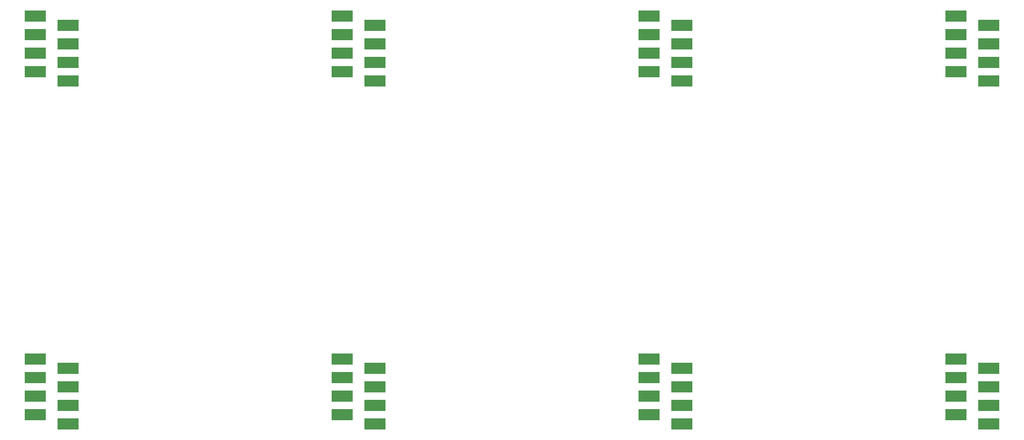
<source format=gbr>
%TF.GenerationSoftware,KiCad,Pcbnew,5.0.1-33cea8e~67~ubuntu18.04.1*%
%TF.CreationDate,2019-01-02T13:46:17+01:00*%
%TF.ProjectId,hvac-sensor-module_pcb-panel,687661632D73656E736F722D6D6F6475,1.0*%
%TF.SameCoordinates,Original*%
%TF.FileFunction,Paste,Bot*%
%TF.FilePolarity,Positive*%
%FSLAX46Y46*%
G04 Gerber Fmt 4.6, Leading zero omitted, Abs format (unit mm)*
G04 Created by KiCad (PCBNEW 5.0.1-33cea8e~67~ubuntu18.04.1) date Mi 02 Jan 2019 13:46:17 CET*
%MOMM*%
%LPD*%
G01*
G04 APERTURE LIST*
%ADD10R,3.000000X1.500000*%
G04 APERTURE END LIST*
D10*
X203750000Y-117920000D03*
X208250000Y-119190000D03*
X203750000Y-120460000D03*
X208250000Y-121730000D03*
X203750000Y-123000000D03*
X208250000Y-124270000D03*
X203750000Y-125540000D03*
X208250000Y-126810000D03*
X203750000Y-70920000D03*
X208250000Y-72190000D03*
X203750000Y-73460000D03*
X208250000Y-74730000D03*
X203750000Y-76000000D03*
X208250000Y-77270000D03*
X203750000Y-78540000D03*
X208250000Y-79810000D03*
X161750000Y-117920000D03*
X166250000Y-119190000D03*
X161750000Y-120460000D03*
X166250000Y-121730000D03*
X161750000Y-123000000D03*
X166250000Y-124270000D03*
X161750000Y-125540000D03*
X166250000Y-126810000D03*
X161750000Y-70920000D03*
X166250000Y-72190000D03*
X161750000Y-73460000D03*
X166250000Y-74730000D03*
X161750000Y-76000000D03*
X166250000Y-77270000D03*
X161750000Y-78540000D03*
X166250000Y-79810000D03*
X119750000Y-117920000D03*
X124250000Y-119190000D03*
X119750000Y-120460000D03*
X124250000Y-121730000D03*
X119750000Y-123000000D03*
X124250000Y-124270000D03*
X119750000Y-125540000D03*
X124250000Y-126810000D03*
X119750000Y-70920000D03*
X124250000Y-72190000D03*
X119750000Y-73460000D03*
X124250000Y-74730000D03*
X119750000Y-76000000D03*
X124250000Y-77270000D03*
X119750000Y-78540000D03*
X124250000Y-79810000D03*
X77750000Y-117920000D03*
X82250000Y-119190000D03*
X77750000Y-120460000D03*
X82250000Y-121730000D03*
X77750000Y-123000000D03*
X82250000Y-124270000D03*
X77750000Y-125540000D03*
X82250000Y-126810000D03*
X82250000Y-79810000D03*
X77750000Y-78540000D03*
X82250000Y-77270000D03*
X77750000Y-76000000D03*
X82250000Y-74730000D03*
X77750000Y-73460000D03*
X82250000Y-72190000D03*
X77750000Y-70920000D03*
M02*

</source>
